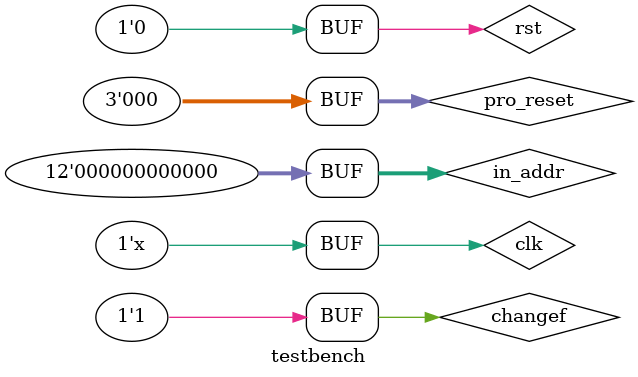
<source format=v>
module testbench();
	reg clk,rst;
	reg [2:0]pro_reset;
	reg [11:0]in_addr;
	reg changef;
	wire [2:0]leds;
	wire[7:0]SEG;
	wire [7:0]AN;

	initial begin
		clk = 0;
		rst = 0;
		pro_reset = 0;
		in_addr = 0;
		changef = 1;

		$monitor("At time %t, ocnt = %d", $time, clk);
		$dumpfile("counter_test.vcd");
		$dumpvars(0, m_I9);

		#5000 pro_reset[0] = 1;
		#1000 pro_reset[0] = 0;
		#10000 pro_reset[1] = 1;
		#1000 pro_reset[1] = 0;
	end

	always #5 clk = ~clk;


	I9_7980XE m_I9(clk,rst,pro_reset,in_addr,changef,leds,SEG,AN);
endmodule
</source>
